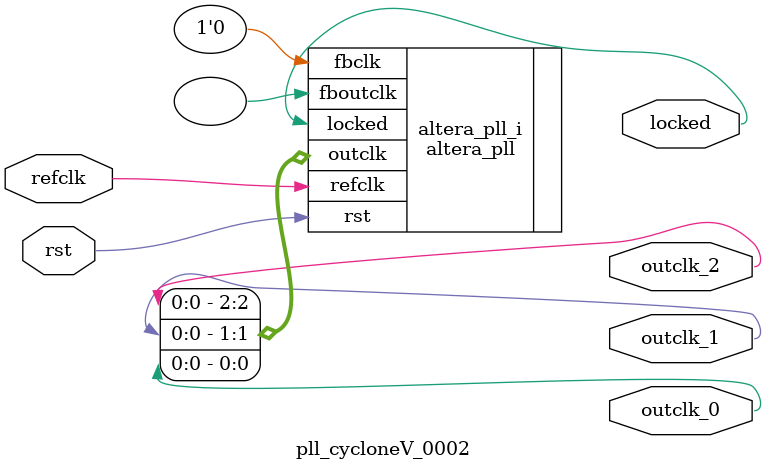
<source format=v>
`timescale 1ns/10ps
module  pll_cycloneV_0002(

	// interface 'refclk'
	input wire refclk,

	// interface 'reset'
	input wire rst,

	// interface 'outclk0'
	output wire outclk_0,

	// interface 'outclk1'
	output wire outclk_1,

	// interface 'outclk2'
	output wire outclk_2,

	// interface 'locked'
	output wire locked
);

	altera_pll #(
		.fractional_vco_multiplier("false"),
		.reference_clock_frequency("50.0 MHz"),
		.operation_mode("normal"),
		.number_of_clocks(3),
		.output_clock_frequency0("25.000000 MHz"),
		.phase_shift0("0 ps"),
		.duty_cycle0(50),
		.output_clock_frequency1("50.000000 MHz"),
		.phase_shift1("0 ps"),
		.duty_cycle1(50),
		.output_clock_frequency2("100.000000 MHz"),
		.phase_shift2("0 ps"),
		.duty_cycle2(50),
		.output_clock_frequency3("0 MHz"),
		.phase_shift3("0 ps"),
		.duty_cycle3(50),
		.output_clock_frequency4("0 MHz"),
		.phase_shift4("0 ps"),
		.duty_cycle4(50),
		.output_clock_frequency5("0 MHz"),
		.phase_shift5("0 ps"),
		.duty_cycle5(50),
		.output_clock_frequency6("0 MHz"),
		.phase_shift6("0 ps"),
		.duty_cycle6(50),
		.output_clock_frequency7("0 MHz"),
		.phase_shift7("0 ps"),
		.duty_cycle7(50),
		.output_clock_frequency8("0 MHz"),
		.phase_shift8("0 ps"),
		.duty_cycle8(50),
		.output_clock_frequency9("0 MHz"),
		.phase_shift9("0 ps"),
		.duty_cycle9(50),
		.output_clock_frequency10("0 MHz"),
		.phase_shift10("0 ps"),
		.duty_cycle10(50),
		.output_clock_frequency11("0 MHz"),
		.phase_shift11("0 ps"),
		.duty_cycle11(50),
		.output_clock_frequency12("0 MHz"),
		.phase_shift12("0 ps"),
		.duty_cycle12(50),
		.output_clock_frequency13("0 MHz"),
		.phase_shift13("0 ps"),
		.duty_cycle13(50),
		.output_clock_frequency14("0 MHz"),
		.phase_shift14("0 ps"),
		.duty_cycle14(50),
		.output_clock_frequency15("0 MHz"),
		.phase_shift15("0 ps"),
		.duty_cycle15(50),
		.output_clock_frequency16("0 MHz"),
		.phase_shift16("0 ps"),
		.duty_cycle16(50),
		.output_clock_frequency17("0 MHz"),
		.phase_shift17("0 ps"),
		.duty_cycle17(50),
		.pll_type("General"),
		.pll_subtype("General")
	) altera_pll_i (
		.rst	(rst),
		.outclk	({outclk_2, outclk_1, outclk_0}),
		.locked	(locked),
		.fboutclk	( ),
		.fbclk	(1'b0),
		.refclk	(refclk)
	);
endmodule


</source>
